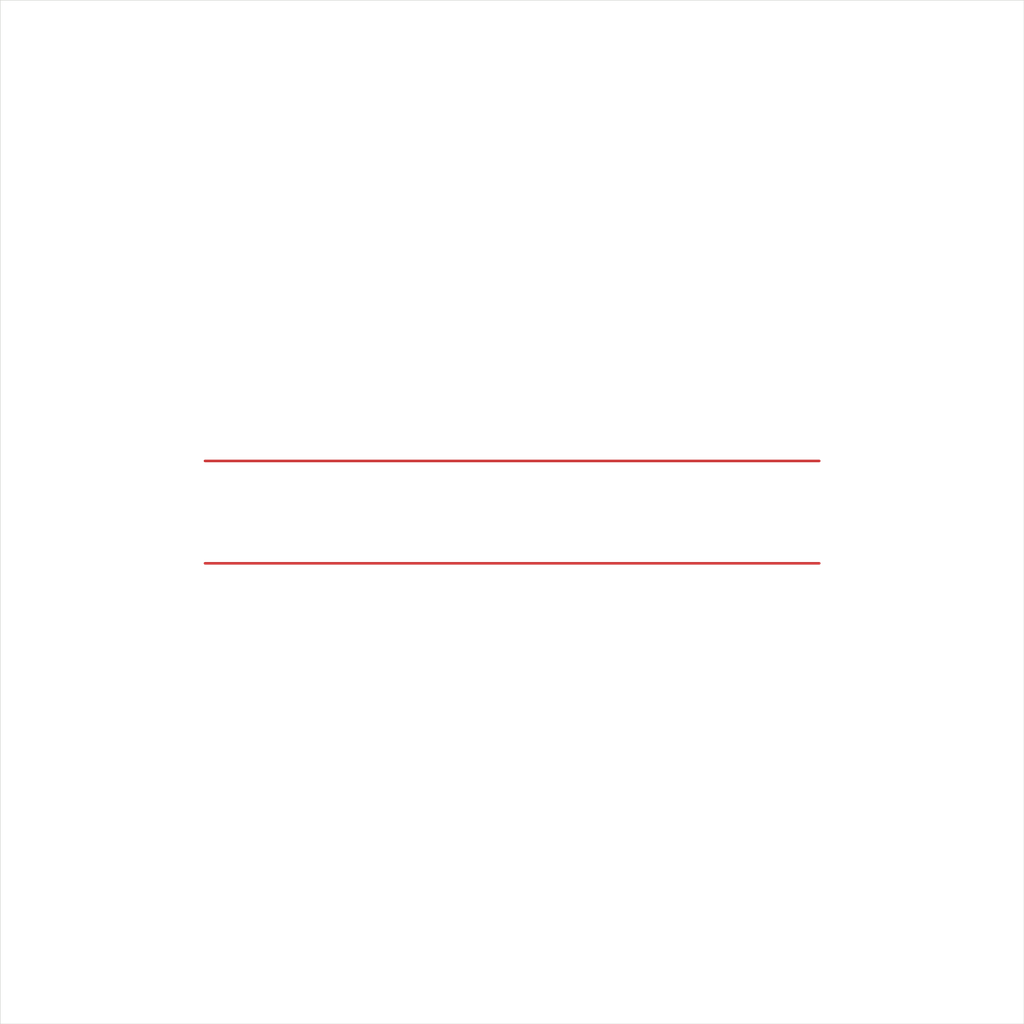
<source format=kicad_pcb>
(kicad_pcb (version 20241229) (generator "pcbnew") (generator_version "9.0")
	(general
		(thickness 1.6)
	)
	(paper "A4")
	(layers
		(0 "F.Cu" signal)
		(2 "B.Cu" signal)
		(25 "Edge.Cuts" user)
	)
	(setup
		(pad_to_mask_clearance 0)
	)
	(net 0 "")
	(net 1 "Signal1")
	(net 2 "Signal2")
	(gr_rect
		(start 50 50)
		(end 150 150)
		(stroke (width 0.05) (type solid))
		(fill none)
		(layer "Edge.Cuts")
		(uuid "a2038340-83af-4064-824c-f4571468d80e")
	)
	(segment
		(start 70 95)
		(end 130 95)
		(width 0.25)
		(layer "F.Cu")
		(net 1)
		(uuid "l3038340-83af-4064-824c-f4571468d80p")
	)
	(segment
		(start 70 105)
		(end 130 105)
		(width 0.25)
		(layer "F.Cu")
		(net 2)
		(uuid "m4038340-83af-4064-824c-f4571468d80q")
	)
	(embedded_fonts no)
)

</source>
